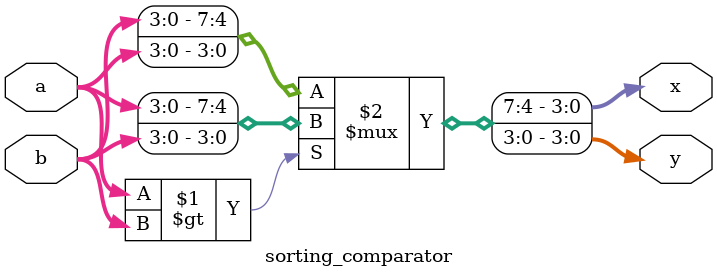
<source format=v>

module sorting(
 input [3:0]a,b,c,d,
 output [3:0]x,y,z,w
);

wire [3:0]ab0,ab1,ac1,ac0;
wire [3:0]bc0,bc1,bc2,bc3;
wire [3:0]mid1,mid2;

 sorting_comparator one(a,b,ab0,ab1); 
 sorting_comparator two(c,d,ac0,ac1);
 
 sorting_comparator three(ab0,ac0,bc0,bc1);
 sorting_comparator four(ab1,ac1,bc2,bc3);
 
 sorting_comparator five(bc1,bc2,mid1,mid2);
 
 assign x = bc0;
 assign y = mid1;
 assign z = mid2;
 assign w = bc3;
 
endmodule


module sorting_comparator(
input [3:0]a,b, 
output [3:0]x,y 
);


assign {x,y} = {a>b} ? {a,b} : {b,a};

endmodule


</source>
